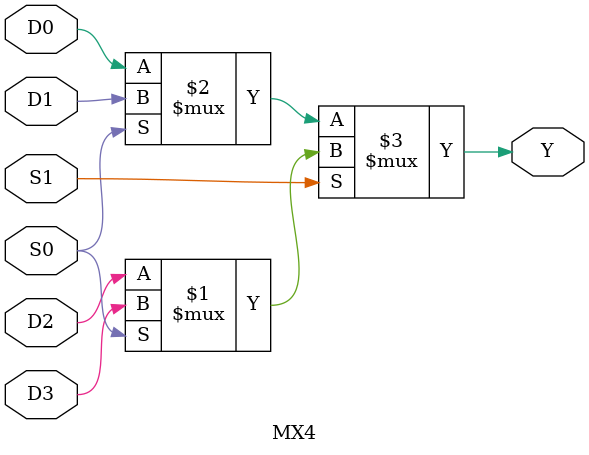
<source format=v>
module MX4 (
	input D0, D1, D2, D3, S0, S1,
	output Y
);
	assign Y = S1 ? (S0 ? D3 : D2) : (S0 ? D1 : D0);
endmodule
</source>
